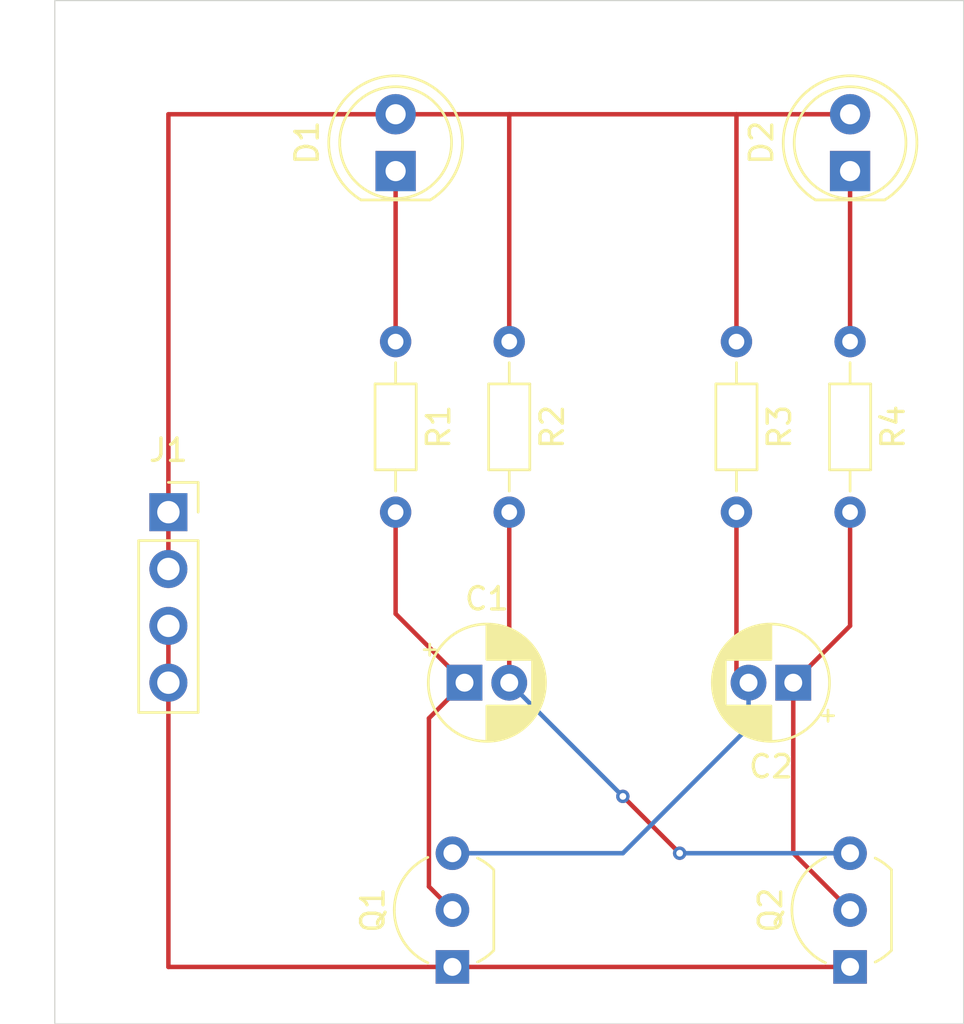
<source format=kicad_pcb>
(kicad_pcb (version 20240108) (generator "pcbnew") (generator_version "8.0")
  (layers (0 "F.Cu" signal) (31 "B.Cu" signal) (34 "B.Paste" user) (35 "F.Paste" user) (36 "B.SilkS" user "B.Silkscreen") (37 "F.SilkS" user "F.Silkscreen") (38 "B.Mask" user) (39 "F.Mask" user) (44 "Edge.Cuts" user))
  (net 0 "")
  (net 1 "Net-(Q1-C)")
  (net 2 "Net-(Q2-B)")
  (net 3 "Net-(Q2-C)")
  (net 4 "Net-(Q1-B)")
  (net 5 "+5V")
  (net 6 "Net-(D1-K)")
  (net 7 "Net-(D2-K)")
  (net 8 "GND")
  (footprint "Connector_PinSocket_2.54mm:PinSocket_1x04_P2.54mm_Vertical" (layer "F.Cu") (at 119.38 78.74)
    (property "Reference" "J1" (at 0 -2.77 0) (layer "F.SilkS"))
    (property "Value" "Conn_01x04_Socket")
    (fp_line (start -1.33 1.27) (end -1.33 8.95) (stroke (width 0.12)) (layer "F.SilkS"))
    (fp_line (start -1.33 1.27) (end 1.33 1.27) (stroke (width 0.12)) (layer "F.SilkS"))
    (fp_line (start -1.33 8.95) (end 1.33 8.95) (stroke (width 0.12)) (layer "F.SilkS"))
    (fp_line (start 0 -1.33) (end 1.33 -1.33) (stroke (width 0.12)) (layer "F.SilkS"))
    (fp_line (start 1.33 -1.33) (end 1.33 0) (stroke (width 0.12)) (layer "F.SilkS"))
    (fp_line (start 1.33 1.27) (end 1.33 8.95) (stroke (width 0.12)) (layer "F.SilkS"))
    (pad "1" thru_hole rect (at 0 0) (size 1.7 1.7) (drill 1) (layers "*.Cu" "*.Mask") (net 5 "+5V"))
    (pad "2" thru_hole oval (at 0 2.54) (size 1.7 1.7) (drill 1) (layers "*.Cu" "*.Mask") (net 5 "+5V"))
    (pad "3" thru_hole oval (at 0 5.08) (size 1.7 1.7) (drill 1) (layers "*.Cu" "*.Mask") (net 8 "GND"))
    (pad "4" thru_hole oval (at 0 7.62) (size 1.7 1.7) (drill 1) (layers "*.Cu" "*.Mask") (net 8 "GND"))
  )
  (footprint "Capacitor_THT:CP_Radial_D5.0mm_P2.00mm" (layer "F.Cu") (at 132.62 86.36)
    (property "Reference" "C1" (at 1 -3.75 0) (layer "F.SilkS"))
    (property "Value" "C")
    (fp_line (start -1.804775 -1.475) (end -1.304775 -1.475) (stroke (width 0.12)) (layer "F.SilkS"))
    (fp_line (start -1.554775 -1.725) (end -1.554775 -1.225) (stroke (width 0.12)) (layer "F.SilkS"))
    (fp_line (start 1 -2.58) (end 1 -1.04) (stroke (width 0.12)) (layer "F.SilkS"))
    (fp_line (start 1 1.04) (end 1 2.58) (stroke (width 0.12)) (layer "F.SilkS"))
    (fp_line (start 1.04 -2.58) (end 1.04 -1.04) (stroke (width 0.12)) (layer "F.SilkS"))
    (fp_line (start 1.04 1.04) (end 1.04 2.58) (stroke (width 0.12)) (layer "F.SilkS"))
    (fp_line (start 1.08 -2.579) (end 1.08 -1.04) (stroke (width 0.12)) (layer "F.SilkS"))
    (fp_line (start 1.08 1.04) (end 1.08 2.579) (stroke (width 0.12)) (layer "F.SilkS"))
    (fp_line (start 1.12 -2.578) (end 1.12 -1.04) (stroke (width 0.12)) (layer "F.SilkS"))
    (fp_line (start 1.12 1.04) (end 1.12 2.578) (stroke (width 0.12)) (layer "F.SilkS"))
    (fp_line (start 1.16 -2.576) (end 1.16 -1.04) (stroke (width 0.12)) (layer "F.SilkS"))
    (fp_line (start 1.16 1.04) (end 1.16 2.576) (stroke (width 0.12)) (layer "F.SilkS"))
    (fp_line (start 1.2 -2.573) (end 1.2 -1.04) (stroke (width 0.12)) (layer "F.SilkS"))
    (fp_line (start 1.2 1.04) (end 1.2 2.573) (stroke (width 0.12)) (layer "F.SilkS"))
    (fp_line (start 1.24 -2.569) (end 1.24 -1.04) (stroke (width 0.12)) (layer "F.SilkS"))
    (fp_line (start 1.24 1.04) (end 1.24 2.569) (stroke (width 0.12)) (layer "F.SilkS"))
    (fp_line (start 1.28 -2.565) (end 1.28 -1.04) (stroke (width 0.12)) (layer "F.SilkS"))
    (fp_line (start 1.28 1.04) (end 1.28 2.565) (stroke (width 0.12)) (layer "F.SilkS"))
    (fp_line (start 1.32 -2.561) (end 1.32 -1.04) (stroke (width 0.12)) (layer "F.SilkS"))
    (fp_line (start 1.32 1.04) (end 1.32 2.561) (stroke (width 0.12)) (layer "F.SilkS"))
    (fp_line (start 1.36 -2.556) (end 1.36 -1.04) (stroke (width 0.12)) (layer "F.SilkS"))
    (fp_line (start 1.36 1.04) (end 1.36 2.556) (stroke (width 0.12)) (layer "F.SilkS"))
    (fp_line (start 1.4 -2.55) (end 1.4 -1.04) (stroke (width 0.12)) (layer "F.SilkS"))
    (fp_line (start 1.4 1.04) (end 1.4 2.55) (stroke (width 0.12)) (layer "F.SilkS"))
    (fp_line (start 1.44 -2.543) (end 1.44 -1.04) (stroke (width 0.12)) (layer "F.SilkS"))
    (fp_line (start 1.44 1.04) (end 1.44 2.543) (stroke (width 0.12)) (layer "F.SilkS"))
    (fp_line (start 1.48 -2.536) (end 1.48 -1.04) (stroke (width 0.12)) (layer "F.SilkS"))
    (fp_line (start 1.48 1.04) (end 1.48 2.536) (stroke (width 0.12)) (layer "F.SilkS"))
    (fp_line (start 1.52 -2.528) (end 1.52 -1.04) (stroke (width 0.12)) (layer "F.SilkS"))
    (fp_line (start 1.52 1.04) (end 1.52 2.528) (stroke (width 0.12)) (layer "F.SilkS"))
    (fp_line (start 1.56 -2.52) (end 1.56 -1.04) (stroke (width 0.12)) (layer "F.SilkS"))
    (fp_line (start 1.56 1.04) (end 1.56 2.52) (stroke (width 0.12)) (layer "F.SilkS"))
    (fp_line (start 1.6 -2.511) (end 1.6 -1.04) (stroke (width 0.12)) (layer "F.SilkS"))
    (fp_line (start 1.6 1.04) (end 1.6 2.511) (stroke (width 0.12)) (layer "F.SilkS"))
    (fp_line (start 1.64 -2.501) (end 1.64 -1.04) (stroke (width 0.12)) (layer "F.SilkS"))
    (fp_line (start 1.64 1.04) (end 1.64 2.501) (stroke (width 0.12)) (layer "F.SilkS"))
    (fp_line (start 1.68 -2.491) (end 1.68 -1.04) (stroke (width 0.12)) (layer "F.SilkS"))
    (fp_line (start 1.68 1.04) (end 1.68 2.491) (stroke (width 0.12)) (layer "F.SilkS"))
    (fp_line (start 1.721 -2.48) (end 1.721 -1.04) (stroke (width 0.12)) (layer "F.SilkS"))
    (fp_line (start 1.721 1.04) (end 1.721 2.48) (stroke (width 0.12)) (layer "F.SilkS"))
    (fp_line (start 1.761 -2.468) (end 1.761 -1.04) (stroke (width 0.12)) (layer "F.SilkS"))
    (fp_line (start 1.761 1.04) (end 1.761 2.468) (stroke (width 0.12)) (layer "F.SilkS"))
    (fp_line (start 1.801 -2.455) (end 1.801 -1.04) (stroke (width 0.12)) (layer "F.SilkS"))
    (fp_line (start 1.801 1.04) (end 1.801 2.455) (stroke (width 0.12)) (layer "F.SilkS"))
    (fp_line (start 1.841 -2.442) (end 1.841 -1.04) (stroke (width 0.12)) (layer "F.SilkS"))
    (fp_line (start 1.841 1.04) (end 1.841 2.442) (stroke (width 0.12)) (layer "F.SilkS"))
    (fp_line (start 1.881 -2.428) (end 1.881 -1.04) (stroke (width 0.12)) (layer "F.SilkS"))
    (fp_line (start 1.881 1.04) (end 1.881 2.428) (stroke (width 0.12)) (layer "F.SilkS"))
    (fp_line (start 1.921 -2.414) (end 1.921 -1.04) (stroke (width 0.12)) (layer "F.SilkS"))
    (fp_line (start 1.921 1.04) (end 1.921 2.414) (stroke (width 0.12)) (layer "F.SilkS"))
    (fp_line (start 1.961 -2.398) (end 1.961 -1.04) (stroke (width 0.12)) (layer "F.SilkS"))
    (fp_line (start 1.961 1.04) (end 1.961 2.398) (stroke (width 0.12)) (layer "F.SilkS"))
    (fp_line (start 2.001 -2.382) (end 2.001 -1.04) (stroke (width 0.12)) (layer "F.SilkS"))
    (fp_line (start 2.001 1.04) (end 2.001 2.382) (stroke (width 0.12)) (layer "F.SilkS"))
    (fp_line (start 2.041 -2.365) (end 2.041 -1.04) (stroke (width 0.12)) (layer "F.SilkS"))
    (fp_line (start 2.041 1.04) (end 2.041 2.365) (stroke (width 0.12)) (layer "F.SilkS"))
    (fp_line (start 2.081 -2.348) (end 2.081 -1.04) (stroke (width 0.12)) (layer "F.SilkS"))
    (fp_line (start 2.081 1.04) (end 2.081 2.348) (stroke (width 0.12)) (layer "F.SilkS"))
    (fp_line (start 2.121 -2.329) (end 2.121 -1.04) (stroke (width 0.12)) (layer "F.SilkS"))
    (fp_line (start 2.121 1.04) (end 2.121 2.329) (stroke (width 0.12)) (layer "F.SilkS"))
    (fp_line (start 2.161 -2.31) (end 2.161 -1.04) (stroke (width 0.12)) (layer "F.SilkS"))
    (fp_line (start 2.161 1.04) (end 2.161 2.31) (stroke (width 0.12)) (layer "F.SilkS"))
    (fp_line (start 2.201 -2.29) (end 2.201 -1.04) (stroke (width 0.12)) (layer "F.SilkS"))
    (fp_line (start 2.201 1.04) (end 2.201 2.29) (stroke (width 0.12)) (layer "F.SilkS"))
    (fp_line (start 2.241 -2.268) (end 2.241 -1.04) (stroke (width 0.12)) (layer "F.SilkS"))
    (fp_line (start 2.241 1.04) (end 2.241 2.268) (stroke (width 0.12)) (layer "F.SilkS"))
    (fp_line (start 2.281 -2.247) (end 2.281 -1.04) (stroke (width 0.12)) (layer "F.SilkS"))
    (fp_line (start 2.281 1.04) (end 2.281 2.247) (stroke (width 0.12)) (layer "F.SilkS"))
    (fp_line (start 2.321 -2.224) (end 2.321 -1.04) (stroke (width 0.12)) (layer "F.SilkS"))
    (fp_line (start 2.321 1.04) (end 2.321 2.224) (stroke (width 0.12)) (layer "F.SilkS"))
    (fp_line (start 2.361 -2.2) (end 2.361 -1.04) (stroke (width 0.12)) (layer "F.SilkS"))
    (fp_line (start 2.361 1.04) (end 2.361 2.2) (stroke (width 0.12)) (layer "F.SilkS"))
    (fp_line (start 2.401 -2.175) (end 2.401 -1.04) (stroke (width 0.12)) (layer "F.SilkS"))
    (fp_line (start 2.401 1.04) (end 2.401 2.175) (stroke (width 0.12)) (layer "F.SilkS"))
    (fp_line (start 2.441 -2.149) (end 2.441 -1.04) (stroke (width 0.12)) (layer "F.SilkS"))
    (fp_line (start 2.441 1.04) (end 2.441 2.149) (stroke (width 0.12)) (layer "F.SilkS"))
    (fp_line (start 2.481 -2.122) (end 2.481 -1.04) (stroke (width 0.12)) (layer "F.SilkS"))
    (fp_line (start 2.481 1.04) (end 2.481 2.122) (stroke (width 0.12)) (layer "F.SilkS"))
    (fp_line (start 2.521 -2.095) (end 2.521 -1.04) (stroke (width 0.12)) (layer "F.SilkS"))
    (fp_line (start 2.521 1.04) (end 2.521 2.095) (stroke (width 0.12)) (layer "F.SilkS"))
    (fp_line (start 2.561 -2.065) (end 2.561 -1.04) (stroke (width 0.12)) (layer "F.SilkS"))
    (fp_line (start 2.561 1.04) (end 2.561 2.065) (stroke (width 0.12)) (layer "F.SilkS"))
    (fp_line (start 2.601 -2.035) (end 2.601 -1.04) (stroke (width 0.12)) (layer "F.SilkS"))
    (fp_line (start 2.601 1.04) (end 2.601 2.035) (stroke (width 0.12)) (layer "F.SilkS"))
    (fp_line (start 2.641 -2.004) (end 2.641 -1.04) (stroke (width 0.12)) (layer "F.SilkS"))
    (fp_line (start 2.641 1.04) (end 2.641 2.004) (stroke (width 0.12)) (layer "F.SilkS"))
    (fp_line (start 2.681 -1.971) (end 2.681 -1.04) (stroke (width 0.12)) (layer "F.SilkS"))
    (fp_line (start 2.681 1.04) (end 2.681 1.971) (stroke (width 0.12)) (layer "F.SilkS"))
    (fp_line (start 2.721 -1.937) (end 2.721 -1.04) (stroke (width 0.12)) (layer "F.SilkS"))
    (fp_line (start 2.721 1.04) (end 2.721 1.937) (stroke (width 0.12)) (layer "F.SilkS"))
    (fp_line (start 2.761 -1.901) (end 2.761 -1.04) (stroke (width 0.12)) (layer "F.SilkS"))
    (fp_line (start 2.761 1.04) (end 2.761 1.901) (stroke (width 0.12)) (layer "F.SilkS"))
    (fp_line (start 2.801 -1.864) (end 2.801 -1.04) (stroke (width 0.12)) (layer "F.SilkS"))
    (fp_line (start 2.801 1.04) (end 2.801 1.864) (stroke (width 0.12)) (layer "F.SilkS"))
    (fp_line (start 2.841 -1.826) (end 2.841 -1.04) (stroke (width 0.12)) (layer "F.SilkS"))
    (fp_line (start 2.841 1.04) (end 2.841 1.826) (stroke (width 0.12)) (layer "F.SilkS"))
    (fp_line (start 2.881 -1.785) (end 2.881 -1.04) (stroke (width 0.12)) (layer "F.SilkS"))
    (fp_line (start 2.881 1.04) (end 2.881 1.785) (stroke (width 0.12)) (layer "F.SilkS"))
    (fp_line (start 2.921 -1.743) (end 2.921 -1.04) (stroke (width 0.12)) (layer "F.SilkS"))
    (fp_line (start 2.921 1.04) (end 2.921 1.743) (stroke (width 0.12)) (layer "F.SilkS"))
    (fp_line (start 2.961 -1.699) (end 2.961 -1.04) (stroke (width 0.12)) (layer "F.SilkS"))
    (fp_line (start 2.961 1.04) (end 2.961 1.699) (stroke (width 0.12)) (layer "F.SilkS"))
    (fp_line (start 3.001 -1.653) (end 3.001 -1.04) (stroke (width 0.12)) (layer "F.SilkS"))
    (fp_line (start 3.001 1.04) (end 3.001 1.653) (stroke (width 0.12)) (layer "F.SilkS"))
    (fp_line (start 3.041 -1.605) (end 3.041 1.605) (stroke (width 0.12)) (layer "F.SilkS"))
    (fp_line (start 3.081 -1.554) (end 3.081 1.554) (stroke (width 0.12)) (layer "F.SilkS"))
    (fp_line (start 3.121 -1.5) (end 3.121 1.5) (stroke (width 0.12)) (layer "F.SilkS"))
    (fp_line (start 3.161 -1.443) (end 3.161 1.443) (stroke (width 0.12)) (layer "F.SilkS"))
    (fp_line (start 3.201 -1.383) (end 3.201 1.383) (stroke (width 0.12)) (layer "F.SilkS"))
    (fp_line (start 3.241 -1.319) (end 3.241 1.319) (stroke (width 0.12)) (layer "F.SilkS"))
    (fp_line (start 3.281 -1.251) (end 3.281 1.251) (stroke (width 0.12)) (layer "F.SilkS"))
    (fp_line (start 3.321 -1.178) (end 3.321 1.178) (stroke (width 0.12)) (layer "F.SilkS"))
    (fp_line (start 3.361 -1.098) (end 3.361 1.098) (stroke (width 0.12)) (layer "F.SilkS"))
    (fp_line (start 3.401 -1.011) (end 3.401 1.011) (stroke (width 0.12)) (layer "F.SilkS"))
    (fp_line (start 3.441 -0.915) (end 3.441 0.915) (stroke (width 0.12)) (layer "F.SilkS"))
    (fp_line (start 3.481 -0.805) (end 3.481 0.805) (stroke (width 0.12)) (layer "F.SilkS"))
    (fp_line (start 3.521 -0.677) (end 3.521 0.677) (stroke (width 0.12)) (layer "F.SilkS"))
    (fp_line (start 3.561 -0.518) (end 3.561 0.518) (stroke (width 0.12)) (layer "F.SilkS"))
    (fp_line (start 3.601 -0.284) (end 3.601 0.284) (stroke (width 0.12)) (layer "F.SilkS"))
    (fp_circle (center 1 0) (end 3.62 0) (stroke (width 0.12)) (fill none) (layer "F.SilkS"))
    (pad "1" thru_hole rect (at 0 0) (size 1.6 1.6) (drill 0.8) (layers "*.Cu" "*.Mask") (net 1 "Net-(Q1-C)"))
    (pad "2" thru_hole circle (at 2 0) (size 1.6 1.6) (drill 0.8) (layers "*.Cu" "*.Mask") (net 2 "Net-(Q2-B)"))
  )
  (footprint "Resistor_THT:R_Axial_DIN0204_L3.6mm_D1.6mm_P7.62mm_Horizontal" (layer "F.Cu") (at 149.86 71.12 -90)
    (property "Reference" "R4" (at 3.81 -1.92 90) (layer "F.SilkS"))
    (property "Value" "R")
    (fp_line (start 1.89 0.92) (end 5.73 0.92) (stroke (width 0.12)) (layer "F.SilkS"))
    (fp_line (start 5.73 0.92) (end 5.73 -0.92) (stroke (width 0.12)) (layer "F.SilkS"))
    (fp_line (start 0.94 0) (end 1.89 0) (stroke (width 0.12)) (layer "F.SilkS"))
    (fp_line (start 6.68 0) (end 5.73 0) (stroke (width 0.12)) (layer "F.SilkS"))
    (fp_line (start 1.89 -0.92) (end 1.89 0.92) (stroke (width 0.12)) (layer "F.SilkS"))
    (fp_line (start 5.73 -0.92) (end 1.89 -0.92) (stroke (width 0.12)) (layer "F.SilkS"))
    (pad "1" thru_hole circle (at 0 0 270) (size 1.4 1.4) (drill 0.7) (layers "*.Cu" "*.Mask") (net 7 "Net-(D2-K)"))
    (pad "2" thru_hole oval (at 7.62 0 270) (size 1.4 1.4) (drill 0.7) (layers "*.Cu" "*.Mask") (net 3 "Net-(Q2-C)"))
  )
  (footprint "Package_TO_SOT_THT:TO-92_Inline_Wide" (layer "F.Cu") (at 132.08 99.06 90)
    (property "Reference" "Q1" (at 2.54 -3.56 90) (layer "F.SilkS"))
    (property "Value" "2SC1815")
    (fp_line (start 0.74 1.85) (end 4.34 1.85) (stroke (width 0.12)) (layer "F.SilkS"))
    (fp_arc (start 2.54 -2.6) (mid 3.936979 -2.192818) (end 4.8964 -1.098807) (stroke (width 0.12)) (layer "F.SilkS"))
    (fp_arc (start 0.1836 -1.098807) (mid 1.143021 -2.192817) (end 2.54 -2.6) (stroke (width 0.12)) (layer "F.SilkS"))
    (fp_arc (start 4.864184 1.122795) (mid 4.633903 1.509328) (end 4.34 1.85) (stroke (width 0.12)) (layer "F.SilkS"))
    (fp_arc (start 0.74 1.85) (mid 0.446097 1.509328) (end 0.215816 1.122795) (stroke (width 0.12)) (layer "F.SilkS"))
    (pad "1" thru_hole rect (at 0 0 90) (size 1.5 1.5) (drill 0.8) (layers "*.Cu" "*.Mask") (net 8 "GND"))
    (pad "2" thru_hole circle (at 2.54 0 90) (size 1.5 1.5) (drill 0.8) (layers "*.Cu" "*.Mask") (net 1 "Net-(Q1-C)"))
    (pad "3" thru_hole circle (at 5.08 0 90) (size 1.5 1.5) (drill 0.8) (layers "*.Cu" "*.Mask") (net 4 "Net-(Q1-B)"))
  )
  (footprint "Resistor_THT:R_Axial_DIN0204_L3.6mm_D1.6mm_P7.62mm_Horizontal" (layer "F.Cu") (at 134.62 71.12 -90)
    (property "Reference" "R2" (at 3.81 -1.92 90) (layer "F.SilkS"))
    (property "Value" "R")
    (fp_line (start 1.89 0.92) (end 5.73 0.92) (stroke (width 0.12)) (layer "F.SilkS"))
    (fp_line (start 5.73 0.92) (end 5.73 -0.92) (stroke (width 0.12)) (layer "F.SilkS"))
    (fp_line (start 0.94 0) (end 1.89 0) (stroke (width 0.12)) (layer "F.SilkS"))
    (fp_line (start 6.68 0) (end 5.73 0) (stroke (width 0.12)) (layer "F.SilkS"))
    (fp_line (start 1.89 -0.92) (end 1.89 0.92) (stroke (width 0.12)) (layer "F.SilkS"))
    (fp_line (start 5.73 -0.92) (end 1.89 -0.92) (stroke (width 0.12)) (layer "F.SilkS"))
    (pad "1" thru_hole circle (at 0 0 270) (size 1.4 1.4) (drill 0.7) (layers "*.Cu" "*.Mask") (net 5 "+5V"))
    (pad "2" thru_hole oval (at 7.62 0 270) (size 1.4 1.4) (drill 0.7) (layers "*.Cu" "*.Mask") (net 2 "Net-(Q2-B)"))
  )
  (footprint "LED_THT:LED_D5.0mm" (layer "F.Cu") (at 149.86 63.5 90)
    (property "Reference" "D2" (at 1.27 -3.96 90) (layer "F.SilkS"))
    (property "Value" "LED")
    (fp_line (start -1.29 -1.545) (end -1.29 1.545) (stroke (width 0.12)) (layer "F.SilkS"))
    (fp_arc (start -1.29 -1.54483) (mid 2.072002 -2.880433) (end 4.26 0.000462) (stroke (width 0.12)) (layer "F.SilkS"))
    (fp_arc (start 4.26 -0.000462) (mid 2.072002 2.880433) (end -1.29 1.54483) (stroke (width 0.12)) (layer "F.SilkS"))
    (fp_circle (center 1.27 0) (end 3.77 0) (stroke (width 0.12)) (fill none) (layer "F.SilkS"))
    (pad "1" thru_hole rect (at 0 0 90) (size 1.8 1.8) (drill 0.9) (layers "*.Cu" "*.Mask") (net 7 "Net-(D2-K)"))
    (pad "2" thru_hole circle (at 2.54 0 90) (size 1.8 1.8) (drill 0.9) (layers "*.Cu" "*.Mask") (net 5 "+5V"))
  )
  (footprint "Resistor_THT:R_Axial_DIN0204_L3.6mm_D1.6mm_P7.62mm_Horizontal" (layer "F.Cu") (at 129.54 71.12 -90)
    (property "Reference" "R1" (at 3.81 -1.92 90) (layer "F.SilkS"))
    (property "Value" "R")
    (fp_line (start 1.89 0.92) (end 5.73 0.92) (stroke (width 0.12)) (layer "F.SilkS"))
    (fp_line (start 5.73 0.92) (end 5.73 -0.92) (stroke (width 0.12)) (layer "F.SilkS"))
    (fp_line (start 0.94 0) (end 1.89 0) (stroke (width 0.12)) (layer "F.SilkS"))
    (fp_line (start 6.68 0) (end 5.73 0) (stroke (width 0.12)) (layer "F.SilkS"))
    (fp_line (start 1.89 -0.92) (end 1.89 0.92) (stroke (width 0.12)) (layer "F.SilkS"))
    (fp_line (start 5.73 -0.92) (end 1.89 -0.92) (stroke (width 0.12)) (layer "F.SilkS"))
    (pad "1" thru_hole circle (at 0 0 270) (size 1.4 1.4) (drill 0.7) (layers "*.Cu" "*.Mask") (net 6 "Net-(D1-K)"))
    (pad "2" thru_hole oval (at 7.62 0 270) (size 1.4 1.4) (drill 0.7) (layers "*.Cu" "*.Mask") (net 1 "Net-(Q1-C)"))
  )
  (footprint "Capacitor_THT:CP_Radial_D5.0mm_P2.00mm" (layer "F.Cu") (at 147.32 86.36 180)
    (property "Reference" "C2" (at 1 -3.75 0) (layer "F.SilkS"))
    (property "Value" "C")
    (fp_line (start 3.601 -0.284) (end 3.601 0.284) (stroke (width 0.12)) (layer "F.SilkS"))
    (fp_line (start 3.561 -0.518) (end 3.561 0.518) (stroke (width 0.12)) (layer "F.SilkS"))
    (fp_line (start 3.521 -0.677) (end 3.521 0.677) (stroke (width 0.12)) (layer "F.SilkS"))
    (fp_line (start 3.481 -0.805) (end 3.481 0.805) (stroke (width 0.12)) (layer "F.SilkS"))
    (fp_line (start 3.441 -0.915) (end 3.441 0.915) (stroke (width 0.12)) (layer "F.SilkS"))
    (fp_line (start 3.401 -1.011) (end 3.401 1.011) (stroke (width 0.12)) (layer "F.SilkS"))
    (fp_line (start 3.361 -1.098) (end 3.361 1.098) (stroke (width 0.12)) (layer "F.SilkS"))
    (fp_line (start 3.321 -1.178) (end 3.321 1.178) (stroke (width 0.12)) (layer "F.SilkS"))
    (fp_line (start 3.281 -1.251) (end 3.281 1.251) (stroke (width 0.12)) (layer "F.SilkS"))
    (fp_line (start 3.241 -1.319) (end 3.241 1.319) (stroke (width 0.12)) (layer "F.SilkS"))
    (fp_line (start 3.201 -1.383) (end 3.201 1.383) (stroke (width 0.12)) (layer "F.SilkS"))
    (fp_line (start 3.161 -1.443) (end 3.161 1.443) (stroke (width 0.12)) (layer "F.SilkS"))
    (fp_line (start 3.121 -1.5) (end 3.121 1.5) (stroke (width 0.12)) (layer "F.SilkS"))
    (fp_line (start 3.081 -1.554) (end 3.081 1.554) (stroke (width 0.12)) (layer "F.SilkS"))
    (fp_line (start 3.041 -1.605) (end 3.041 1.605) (stroke (width 0.12)) (layer "F.SilkS"))
    (fp_line (start 3.001 1.04) (end 3.001 1.653) (stroke (width 0.12)) (layer "F.SilkS"))
    (fp_line (start 3.001 -1.653) (end 3.001 -1.04) (stroke (width 0.12)) (layer "F.SilkS"))
    (fp_line (start 2.961 1.04) (end 2.961 1.699) (stroke (width 0.12)) (layer "F.SilkS"))
    (fp_line (start 2.961 -1.699) (end 2.961 -1.04) (stroke (width 0.12)) (layer "F.SilkS"))
    (fp_line (start 2.921 1.04) (end 2.921 1.743) (stroke (width 0.12)) (layer "F.SilkS"))
    (fp_line (start 2.921 -1.743) (end 2.921 -1.04) (stroke (width 0.12)) (layer "F.SilkS"))
    (fp_line (start 2.881 1.04) (end 2.881 1.785) (stroke (width 0.12)) (layer "F.SilkS"))
    (fp_line (start 2.881 -1.785) (end 2.881 -1.04) (stroke (width 0.12)) (layer "F.SilkS"))
    (fp_line (start 2.841 1.04) (end 2.841 1.826) (stroke (width 0.12)) (layer "F.SilkS"))
    (fp_line (start 2.841 -1.826) (end 2.841 -1.04) (stroke (width 0.12)) (layer "F.SilkS"))
    (fp_line (start 2.801 1.04) (end 2.801 1.864) (stroke (width 0.12)) (layer "F.SilkS"))
    (fp_line (start 2.801 -1.864) (end 2.801 -1.04) (stroke (width 0.12)) (layer "F.SilkS"))
    (fp_line (start 2.761 1.04) (end 2.761 1.901) (stroke (width 0.12)) (layer "F.SilkS"))
    (fp_line (start 2.761 -1.901) (end 2.761 -1.04) (stroke (width 0.12)) (layer "F.SilkS"))
    (fp_line (start 2.721 1.04) (end 2.721 1.937) (stroke (width 0.12)) (layer "F.SilkS"))
    (fp_line (start 2.721 -1.937) (end 2.721 -1.04) (stroke (width 0.12)) (layer "F.SilkS"))
    (fp_line (start 2.681 1.04) (end 2.681 1.971) (stroke (width 0.12)) (layer "F.SilkS"))
    (fp_line (start 2.681 -1.971) (end 2.681 -1.04) (stroke (width 0.12)) (layer "F.SilkS"))
    (fp_line (start 2.641 1.04) (end 2.641 2.004) (stroke (width 0.12)) (layer "F.SilkS"))
    (fp_line (start 2.641 -2.004) (end 2.641 -1.04) (stroke (width 0.12)) (layer "F.SilkS"))
    (fp_line (start 2.601 1.04) (end 2.601 2.035) (stroke (width 0.12)) (layer "F.SilkS"))
    (fp_line (start 2.601 -2.035) (end 2.601 -1.04) (stroke (width 0.12)) (layer "F.SilkS"))
    (fp_line (start 2.561 1.04) (end 2.561 2.065) (stroke (width 0.12)) (layer "F.SilkS"))
    (fp_line (start 2.561 -2.065) (end 2.561 -1.04) (stroke (width 0.12)) (layer "F.SilkS"))
    (fp_line (start 2.521 1.04) (end 2.521 2.095) (stroke (width 0.12)) (layer "F.SilkS"))
    (fp_line (start 2.521 -2.095) (end 2.521 -1.04) (stroke (width 0.12)) (layer "F.SilkS"))
    (fp_line (start 2.481 1.04) (end 2.481 2.122) (stroke (width 0.12)) (layer "F.SilkS"))
    (fp_line (start 2.481 -2.122) (end 2.481 -1.04) (stroke (width 0.12)) (layer "F.SilkS"))
    (fp_line (start 2.441 1.04) (end 2.441 2.149) (stroke (width 0.12)) (layer "F.SilkS"))
    (fp_line (start 2.441 -2.149) (end 2.441 -1.04) (stroke (width 0.12)) (layer "F.SilkS"))
    (fp_line (start 2.401 1.04) (end 2.401 2.175) (stroke (width 0.12)) (layer "F.SilkS"))
    (fp_line (start 2.401 -2.175) (end 2.401 -1.04) (stroke (width 0.12)) (layer "F.SilkS"))
    (fp_line (start 2.361 1.04) (end 2.361 2.2) (stroke (width 0.12)) (layer "F.SilkS"))
    (fp_line (start 2.361 -2.2) (end 2.361 -1.04) (stroke (width 0.12)) (layer "F.SilkS"))
    (fp_line (start 2.321 1.04) (end 2.321 2.224) (stroke (width 0.12)) (layer "F.SilkS"))
    (fp_line (start 2.321 -2.224) (end 2.321 -1.04) (stroke (width 0.12)) (layer "F.SilkS"))
    (fp_line (start 2.281 1.04) (end 2.281 2.247) (stroke (width 0.12)) (layer "F.SilkS"))
    (fp_line (start 2.281 -2.247) (end 2.281 -1.04) (stroke (width 0.12)) (layer "F.SilkS"))
    (fp_line (start 2.241 1.04) (end 2.241 2.268) (stroke (width 0.12)) (layer "F.SilkS"))
    (fp_line (start 2.241 -2.268) (end 2.241 -1.04) (stroke (width 0.12)) (layer "F.SilkS"))
    (fp_line (start 2.201 1.04) (end 2.201 2.29) (stroke (width 0.12)) (layer "F.SilkS"))
    (fp_line (start 2.201 -2.29) (end 2.201 -1.04) (stroke (width 0.12)) (layer "F.SilkS"))
    (fp_line (start 2.161 1.04) (end 2.161 2.31) (stroke (width 0.12)) (layer "F.SilkS"))
    (fp_line (start 2.161 -2.31) (end 2.161 -1.04) (stroke (width 0.12)) (layer "F.SilkS"))
    (fp_line (start 2.121 1.04) (end 2.121 2.329) (stroke (width 0.12)) (layer "F.SilkS"))
    (fp_line (start 2.121 -2.329) (end 2.121 -1.04) (stroke (width 0.12)) (layer "F.SilkS"))
    (fp_line (start 2.081 1.04) (end 2.081 2.348) (stroke (width 0.12)) (layer "F.SilkS"))
    (fp_line (start 2.081 -2.348) (end 2.081 -1.04) (stroke (width 0.12)) (layer "F.SilkS"))
    (fp_line (start 2.041 1.04) (end 2.041 2.365) (stroke (width 0.12)) (layer "F.SilkS"))
    (fp_line (start 2.041 -2.365) (end 2.041 -1.04) (stroke (width 0.12)) (layer "F.SilkS"))
    (fp_line (start 2.001 1.04) (end 2.001 2.382) (stroke (width 0.12)) (layer "F.SilkS"))
    (fp_line (start 2.001 -2.382) (end 2.001 -1.04) (stroke (width 0.12)) (layer "F.SilkS"))
    (fp_line (start 1.961 1.04) (end 1.961 2.398) (stroke (width 0.12)) (layer "F.SilkS"))
    (fp_line (start 1.961 -2.398) (end 1.961 -1.04) (stroke (width 0.12)) (layer "F.SilkS"))
    (fp_line (start 1.921 1.04) (end 1.921 2.414) (stroke (width 0.12)) (layer "F.SilkS"))
    (fp_line (start 1.921 -2.414) (end 1.921 -1.04) (stroke (width 0.12)) (layer "F.SilkS"))
    (fp_line (start 1.881 1.04) (end 1.881 2.428) (stroke (width 0.12)) (layer "F.SilkS"))
    (fp_line (start 1.881 -2.428) (end 1.881 -1.04) (stroke (width 0.12)) (layer "F.SilkS"))
    (fp_line (start 1.841 1.04) (end 1.841 2.442) (stroke (width 0.12)) (layer "F.SilkS"))
    (fp_line (start 1.841 -2.442) (end 1.841 -1.04) (stroke (width 0.12)) (layer "F.SilkS"))
    (fp_line (start 1.801 1.04) (end 1.801 2.455) (stroke (width 0.12)) (layer "F.SilkS"))
    (fp_line (start 1.801 -2.455) (end 1.801 -1.04) (stroke (width 0.12)) (layer "F.SilkS"))
    (fp_line (start 1.761 1.04) (end 1.761 2.468) (stroke (width 0.12)) (layer "F.SilkS"))
    (fp_line (start 1.761 -2.468) (end 1.761 -1.04) (stroke (width 0.12)) (layer "F.SilkS"))
    (fp_line (start 1.721 1.04) (end 1.721 2.48) (stroke (width 0.12)) (layer "F.SilkS"))
    (fp_line (start 1.721 -2.48) (end 1.721 -1.04) (stroke (width 0.12)) (layer "F.SilkS"))
    (fp_line (start 1.68 1.04) (end 1.68 2.491) (stroke (width 0.12)) (layer "F.SilkS"))
    (fp_line (start 1.68 -2.491) (end 1.68 -1.04) (stroke (width 0.12)) (layer "F.SilkS"))
    (fp_line (start 1.64 1.04) (end 1.64 2.501) (stroke (width 0.12)) (layer "F.SilkS"))
    (fp_line (start 1.64 -2.501) (end 1.64 -1.04) (stroke (width 0.12)) (layer "F.SilkS"))
    (fp_line (start 1.6 1.04) (end 1.6 2.511) (stroke (width 0.12)) (layer "F.SilkS"))
    (fp_line (start 1.6 -2.511) (end 1.6 -1.04) (stroke (width 0.12)) (layer "F.SilkS"))
    (fp_line (start 1.56 1.04) (end 1.56 2.52) (stroke (width 0.12)) (layer "F.SilkS"))
    (fp_line (start 1.56 -2.52) (end 1.56 -1.04) (stroke (width 0.12)) (layer "F.SilkS"))
    (fp_line (start 1.52 1.04) (end 1.52 2.528) (stroke (width 0.12)) (layer "F.SilkS"))
    (fp_line (start 1.52 -2.528) (end 1.52 -1.04) (stroke (width 0.12)) (layer "F.SilkS"))
    (fp_line (start 1.48 1.04) (end 1.48 2.536) (stroke (width 0.12)) (layer "F.SilkS"))
    (fp_line (start 1.48 -2.536) (end 1.48 -1.04) (stroke (width 0.12)) (layer "F.SilkS"))
    (fp_line (start 1.44 1.04) (end 1.44 2.543) (stroke (width 0.12)) (layer "F.SilkS"))
    (fp_line (start 1.44 -2.543) (end 1.44 -1.04) (stroke (width 0.12)) (layer "F.SilkS"))
    (fp_line (start 1.4 1.04) (end 1.4 2.55) (stroke (width 0.12)) (layer "F.SilkS"))
    (fp_line (start 1.4 -2.55) (end 1.4 -1.04) (stroke (width 0.12)) (layer "F.SilkS"))
    (fp_line (start 1.36 1.04) (end 1.36 2.556) (stroke (width 0.12)) (layer "F.SilkS"))
    (fp_line (start 1.36 -2.556) (end 1.36 -1.04) (stroke (width 0.12)) (layer "F.SilkS"))
    (fp_line (start 1.32 1.04) (end 1.32 2.561) (stroke (width 0.12)) (layer "F.SilkS"))
    (fp_line (start 1.32 -2.561) (end 1.32 -1.04) (stroke (width 0.12)) (layer "F.SilkS"))
    (fp_line (start 1.28 1.04) (end 1.28 2.565) (stroke (width 0.12)) (layer "F.SilkS"))
    (fp_line (start 1.28 -2.565) (end 1.28 -1.04) (stroke (width 0.12)) (layer "F.SilkS"))
    (fp_line (start 1.24 1.04) (end 1.24 2.569) (stroke (width 0.12)) (layer "F.SilkS"))
    (fp_line (start 1.24 -2.569) (end 1.24 -1.04) (stroke (width 0.12)) (layer "F.SilkS"))
    (fp_line (start 1.2 1.04) (end 1.2 2.573) (stroke (width 0.12)) (layer "F.SilkS"))
    (fp_line (start 1.2 -2.573) (end 1.2 -1.04) (stroke (width 0.12)) (layer "F.SilkS"))
    (fp_line (start 1.16 1.04) (end 1.16 2.576) (stroke (width 0.12)) (layer "F.SilkS"))
    (fp_line (start 1.16 -2.576) (end 1.16 -1.04) (stroke (width 0.12)) (layer "F.SilkS"))
    (fp_line (start 1.12 1.04) (end 1.12 2.578) (stroke (width 0.12)) (layer "F.SilkS"))
    (fp_line (start 1.12 -2.578) (end 1.12 -1.04) (stroke (width 0.12)) (layer "F.SilkS"))
    (fp_line (start 1.08 1.04) (end 1.08 2.579) (stroke (width 0.12)) (layer "F.SilkS"))
    (fp_line (start 1.08 -2.579) (end 1.08 -1.04) (stroke (width 0.12)) (layer "F.SilkS"))
    (fp_line (start 1.04 1.04) (end 1.04 2.58) (stroke (width 0.12)) (layer "F.SilkS"))
    (fp_line (start 1.04 -2.58) (end 1.04 -1.04) (stroke (width 0.12)) (layer "F.SilkS"))
    (fp_line (start 1 1.04) (end 1 2.58) (stroke (width 0.12)) (layer "F.SilkS"))
    (fp_line (start 1 -2.58) (end 1 -1.04) (stroke (width 0.12)) (layer "F.SilkS"))
    (fp_line (start -1.554775 -1.725) (end -1.554775 -1.225) (stroke (width 0.12)) (layer "F.SilkS"))
    (fp_line (start -1.804775 -1.475) (end -1.304775 -1.475) (stroke (width 0.12)) (layer "F.SilkS"))
    (fp_circle (center 1 0) (end 3.62 0) (stroke (width 0.12)) (fill none) (layer "F.SilkS"))
    (pad "1" thru_hole rect (at 0 0 180) (size 1.6 1.6) (drill 0.8) (layers "*.Cu" "*.Mask") (net 3 "Net-(Q2-C)"))
    (pad "2" thru_hole circle (at 2 0 180) (size 1.6 1.6) (drill 0.8) (layers "*.Cu" "*.Mask") (net 4 "Net-(Q1-B)"))
  )
  (footprint "LED_THT:LED_D5.0mm" (layer "F.Cu") (at 129.54 63.5 90)
    (property "Reference" "D1" (at 1.27 -3.96 90) (layer "F.SilkS"))
    (property "Value" "LED")
    (fp_line (start -1.29 -1.545) (end -1.29 1.545) (stroke (width 0.12)) (layer "F.SilkS"))
    (fp_arc (start -1.29 -1.54483) (mid 2.072002 -2.880433) (end 4.26 0.000462) (stroke (width 0.12)) (layer "F.SilkS"))
    (fp_arc (start 4.26 -0.000462) (mid 2.072002 2.880433) (end -1.29 1.54483) (stroke (width 0.12)) (layer "F.SilkS"))
    (fp_circle (center 1.27 0) (end 3.77 0) (stroke (width 0.12)) (fill none) (layer "F.SilkS"))
    (pad "1" thru_hole rect (at 0 0 90) (size 1.8 1.8) (drill 0.9) (layers "*.Cu" "*.Mask") (net 6 "Net-(D1-K)"))
    (pad "2" thru_hole circle (at 2.54 0 90) (size 1.8 1.8) (drill 0.9) (layers "*.Cu" "*.Mask") (net 5 "+5V"))
  )
  (footprint "Resistor_THT:R_Axial_DIN0204_L3.6mm_D1.6mm_P7.62mm_Horizontal" (layer "F.Cu") (at 144.78 71.12 -90)
    (property "Reference" "R3" (at 3.81 -1.92 90) (layer "F.SilkS"))
    (property "Value" "R")
    (fp_line (start 1.89 0.92) (end 5.73 0.92) (stroke (width 0.12)) (layer "F.SilkS"))
    (fp_line (start 5.73 0.92) (end 5.73 -0.92) (stroke (width 0.12)) (layer "F.SilkS"))
    (fp_line (start 0.94 0) (end 1.89 0) (stroke (width 0.12)) (layer "F.SilkS"))
    (fp_line (start 6.68 0) (end 5.73 0) (stroke (width 0.12)) (layer "F.SilkS"))
    (fp_line (start 1.89 -0.92) (end 1.89 0.92) (stroke (width 0.12)) (layer "F.SilkS"))
    (fp_line (start 5.73 -0.92) (end 1.89 -0.92) (stroke (width 0.12)) (layer "F.SilkS"))
    (pad "1" thru_hole circle (at 0 0 270) (size 1.4 1.4) (drill 0.7) (layers "*.Cu" "*.Mask") (net 5 "+5V"))
    (pad "2" thru_hole oval (at 7.62 0 270) (size 1.4 1.4) (drill 0.7) (layers "*.Cu" "*.Mask") (net 4 "Net-(Q1-B)"))
  )
  (footprint "Package_TO_SOT_THT:TO-92_Inline_Wide" (layer "F.Cu") (at 149.86 99.06 90)
    (property "Reference" "Q2" (at 2.54 -3.56 90) (layer "F.SilkS"))
    (property "Value" "2SC1815")
    (fp_line (start 0.74 1.85) (end 4.34 1.85) (stroke (width 0.12)) (layer "F.SilkS"))
    (fp_arc (start 2.54 -2.6) (mid 3.936979 -2.192818) (end 4.8964 -1.098807) (stroke (width 0.12)) (layer "F.SilkS"))
    (fp_arc (start 0.1836 -1.098807) (mid 1.143021 -2.192817) (end 2.54 -2.6) (stroke (width 0.12)) (layer "F.SilkS"))
    (fp_arc (start 4.864184 1.122795) (mid 4.633903 1.509328) (end 4.34 1.85) (stroke (width 0.12)) (layer "F.SilkS"))
    (fp_arc (start 0.74 1.85) (mid 0.446097 1.509328) (end 0.215816 1.122795) (stroke (width 0.12)) (layer "F.SilkS"))
    (pad "1" thru_hole rect (at 0 0 90) (size 1.5 1.5) (drill 0.8) (layers "*.Cu" "*.Mask") (net 8 "GND"))
    (pad "2" thru_hole circle (at 2.54 0 90) (size 1.5 1.5) (drill 0.8) (layers "*.Cu" "*.Mask") (net 3 "Net-(Q2-C)"))
    (pad "3" thru_hole circle (at 5.08 0 90) (size 1.5 1.5) (drill 0.8) (layers "*.Cu" "*.Mask") (net 2 "Net-(Q2-B)"))
  )
  (gr_rect (start 114.3 55.88) (end 154.94 101.6) (stroke (width 0.05)) (fill none) (layer "Edge.Cuts"))
  (segment (start 131.03 87.95) (end 132.62 86.36) (width 0.2) (layer "F.Cu") (net 1))
  (segment (start 129.54 78.74) (end 129.54 83.28) (width 0.2) (layer "F.Cu") (net 1))
  (segment (start 131.03 95.47) (end 131.03 87.95) (width 0.2) (layer "F.Cu") (net 1))
  (segment (start 132.08 96.52) (end 131.03 95.47) (width 0.2) (layer "F.Cu") (net 1))
  (segment (start 129.54 83.28) (end 132.62 86.36) (width 0.2) (layer "F.Cu") (net 1))
  (segment (start 134.62 78.74) (end 134.62 86.36) (width 0.2) (layer "F.Cu") (net 2))
  (segment (start 139.7 91.44) (end 142.24 93.98) (width 0.2) (layer "F.Cu") (net 2))
  (via (at 142.24 93.98) (size 0.6) (drill 0.3) (layers "F.Cu" "B.Cu") (net 2))
  (via (at 139.7 91.44) (size 0.6) (drill 0.3) (layers "F.Cu" "B.Cu") (net 2))
  (segment (start 134.62 86.36) (end 139.7 91.44) (width 0.2) (layer "B.Cu") (net 2))
  (segment (start 149.86 93.98) (end 142.24 93.98) (width 0.2) (layer "B.Cu") (net 2))
  (segment (start 149.86 83.82) (end 147.32 86.36) (width 0.2) (layer "F.Cu") (net 3))
  (segment (start 149.86 78.74) (end 149.86 83.82) (width 0.2) (layer "F.Cu") (net 3))
  (segment (start 147.32 93.98) (end 147.32 86.36) (width 0.2) (layer "F.Cu") (net 3))
  (segment (start 149.86 96.52) (end 147.32 93.98) (width 0.2) (layer "F.Cu") (net 3))
  (segment (start 144.78 78.74) (end 144.78 85.82) (width 0.2) (layer "F.Cu") (net 4))
  (segment (start 144.78 85.82) (end 145.32 86.36) (width 0.2) (layer "F.Cu") (net 4))
  (segment (start 139.7 93.98) (end 145.32 88.36) (width 0.2) (layer "B.Cu") (net 4))
  (segment (start 132.08 93.98) (end 139.7 93.98) (width 0.2) (layer "B.Cu") (net 4))
  (segment (start 145.32 88.36) (end 145.32 86.36) (width 0.2) (layer "B.Cu") (net 4))
  (segment (start 144.78 60.96) (end 144.78 71.12) (width 0.2) (layer "F.Cu") (net 5))
  (segment (start 119.38 81.28) (end 119.38 78.74) (width 0.2) (layer "F.Cu") (net 5))
  (segment (start 129.54 60.96) (end 134.62 60.96) (width 0.2) (layer "F.Cu") (net 5))
  (segment (start 144.78 60.96) (end 149.86 60.96) (width 0.2) (layer "F.Cu") (net 5))
  (segment (start 134.62 60.96) (end 144.78 60.96) (width 0.2) (layer "F.Cu") (net 5))
  (segment (start 119.38 60.96) (end 129.54 60.96) (width 0.2) (layer "F.Cu") (net 5))
  (segment (start 134.62 60.96) (end 134.62 71.12) (width 0.2) (layer "F.Cu") (net 5))
  (segment (start 119.38 78.74) (end 119.38 60.96) (width 0.2) (layer "F.Cu") (net 5))
  (segment (start 129.54 63.5) (end 129.54 71.12) (width 0.2) (layer "F.Cu") (net 6))
  (segment (start 149.86 63.5) (end 149.86 71.12) (width 0.2) (layer "F.Cu") (net 7))
  (segment (start 119.38 99.06) (end 132.08 99.06) (width 0.2) (layer "F.Cu") (net 8))
  (segment (start 132.08 99.06) (end 149.86 99.06) (width 0.2) (layer "F.Cu") (net 8))
  (segment (start 119.38 83.82) (end 119.38 86.36) (width 0.2) (layer "F.Cu") (net 8))
  (segment (start 119.38 86.36) (end 119.38 99.06) (width 0.2) (layer "F.Cu") (net 8))
)
</source>
